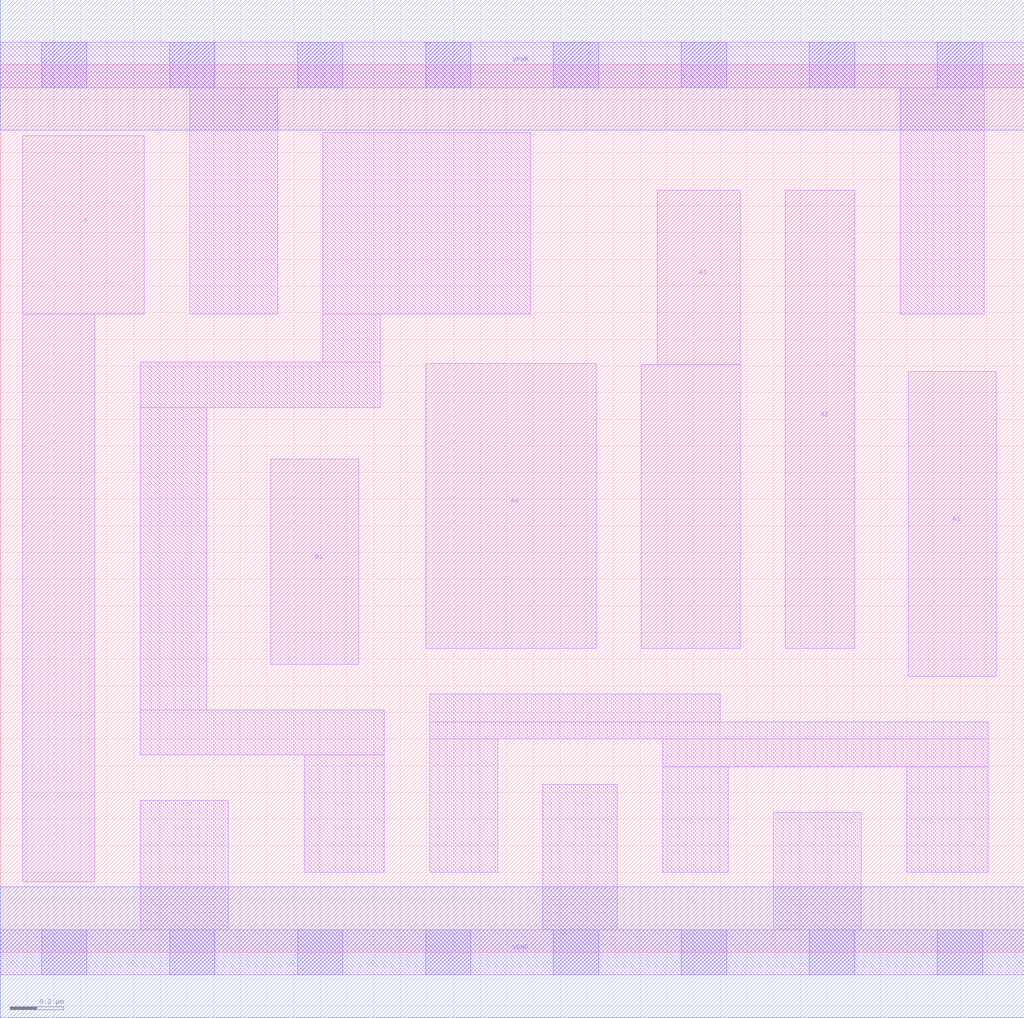
<source format=lef>
# Copyright 2020 The SkyWater PDK Authors
#
# Licensed under the Apache License, Version 2.0 (the "License");
# you may not use this file except in compliance with the License.
# You may obtain a copy of the License at
#
#     https://www.apache.org/licenses/LICENSE-2.0
#
# Unless required by applicable law or agreed to in writing, software
# distributed under the License is distributed on an "AS IS" BASIS,
# WITHOUT WARRANTIES OR CONDITIONS OF ANY KIND, either express or implied.
# See the License for the specific language governing permissions and
# limitations under the License.
#
# SPDX-License-Identifier: Apache-2.0

VERSION 5.7 ;
  NAMESCASESENSITIVE ON ;
  NOWIREEXTENSIONATPIN ON ;
  DIVIDERCHAR "/" ;
  BUSBITCHARS "[]" ;
UNITS
  DATABASE MICRONS 200 ;
END UNITS
MACRO sky130_fd_sc_lp__o41a_0
  CLASS CORE ;
  SOURCE USER ;
  FOREIGN sky130_fd_sc_lp__o41a_0 ;
  ORIGIN  0.000000  0.000000 ;
  SIZE  3.840000 BY  3.330000 ;
  SYMMETRY X Y R90 ;
  SITE unit ;
  PIN A1
    ANTENNAGATEAREA  0.159000 ;
    DIRECTION INPUT ;
    USE SIGNAL ;
    PORT
      LAYER li1 ;
        RECT 3.405000 1.035000 3.735000 2.180000 ;
    END
  END A1
  PIN A2
    ANTENNAGATEAREA  0.159000 ;
    DIRECTION INPUT ;
    USE SIGNAL ;
    PORT
      LAYER li1 ;
        RECT 2.945000 1.140000 3.205000 2.860000 ;
    END
  END A2
  PIN A3
    ANTENNAGATEAREA  0.159000 ;
    DIRECTION INPUT ;
    USE SIGNAL ;
    PORT
      LAYER li1 ;
        RECT 2.405000 1.140000 2.775000 2.205000 ;
        RECT 2.465000 2.205000 2.775000 2.860000 ;
    END
  END A3
  PIN A4
    ANTENNAGATEAREA  0.159000 ;
    DIRECTION INPUT ;
    USE SIGNAL ;
    PORT
      LAYER li1 ;
        RECT 1.595000 1.140000 2.235000 2.210000 ;
    END
  END A4
  PIN B1
    ANTENNAGATEAREA  0.159000 ;
    DIRECTION INPUT ;
    USE SIGNAL ;
    PORT
      LAYER li1 ;
        RECT 1.015000 1.080000 1.345000 1.850000 ;
    END
  END B1
  PIN X
    ANTENNADIFFAREA  0.280900 ;
    DIRECTION OUTPUT ;
    USE SIGNAL ;
    PORT
      LAYER li1 ;
        RECT 0.085000 0.265000 0.355000 2.395000 ;
        RECT 0.085000 2.395000 0.540000 3.065000 ;
    END
  END X
  PIN VGND
    DIRECTION INOUT ;
    USE GROUND ;
    PORT
      LAYER met1 ;
        RECT 0.000000 -0.245000 3.840000 0.245000 ;
    END
  END VGND
  PIN VPWR
    DIRECTION INOUT ;
    USE POWER ;
    PORT
      LAYER met1 ;
        RECT 0.000000 3.085000 3.840000 3.575000 ;
    END
  END VPWR
  OBS
    LAYER li1 ;
      RECT 0.000000 -0.085000 3.840000 0.085000 ;
      RECT 0.000000  3.245000 3.840000 3.415000 ;
      RECT 0.525000  0.085000 0.855000 0.570000 ;
      RECT 0.525000  0.740000 1.440000 0.910000 ;
      RECT 0.525000  0.910000 0.775000 2.045000 ;
      RECT 0.525000  2.045000 1.425000 2.215000 ;
      RECT 0.710000  2.395000 1.040000 3.245000 ;
      RECT 1.140000  0.300000 1.440000 0.740000 ;
      RECT 1.210000  2.215000 1.425000 2.395000 ;
      RECT 1.210000  2.395000 1.990000 3.075000 ;
      RECT 1.610000  0.300000 1.865000 0.800000 ;
      RECT 1.610000  0.800000 3.705000 0.865000 ;
      RECT 1.610000  0.865000 2.700000 0.970000 ;
      RECT 2.035000  0.085000 2.315000 0.630000 ;
      RECT 2.485000  0.300000 2.730000 0.695000 ;
      RECT 2.485000  0.695000 3.705000 0.800000 ;
      RECT 2.900000  0.085000 3.230000 0.525000 ;
      RECT 3.375000  2.395000 3.690000 3.245000 ;
      RECT 3.400000  0.300000 3.705000 0.695000 ;
    LAYER mcon ;
      RECT 0.155000 -0.085000 0.325000 0.085000 ;
      RECT 0.155000  3.245000 0.325000 3.415000 ;
      RECT 0.635000 -0.085000 0.805000 0.085000 ;
      RECT 0.635000  3.245000 0.805000 3.415000 ;
      RECT 1.115000 -0.085000 1.285000 0.085000 ;
      RECT 1.115000  3.245000 1.285000 3.415000 ;
      RECT 1.595000 -0.085000 1.765000 0.085000 ;
      RECT 1.595000  3.245000 1.765000 3.415000 ;
      RECT 2.075000 -0.085000 2.245000 0.085000 ;
      RECT 2.075000  3.245000 2.245000 3.415000 ;
      RECT 2.555000 -0.085000 2.725000 0.085000 ;
      RECT 2.555000  3.245000 2.725000 3.415000 ;
      RECT 3.035000 -0.085000 3.205000 0.085000 ;
      RECT 3.035000  3.245000 3.205000 3.415000 ;
      RECT 3.515000 -0.085000 3.685000 0.085000 ;
      RECT 3.515000  3.245000 3.685000 3.415000 ;
  END
END sky130_fd_sc_lp__o41a_0
END LIBRARY

</source>
